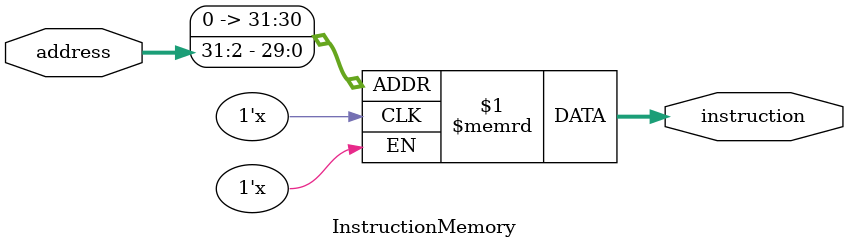
<source format=v>
module InstructionMemory (
    input [31:0] address,
    output [31:0] instruction
);
    reg [31:0] memory [0:1023];

    initial begin
        // Load instructions into memory (can be hardcoded for testing)
        // Example: memory[0] = 32'hXXXXXXXX; // where XXXXXXXX is a 32-bit instruction
    end

    assign instruction = memory[address >> 2];
endmodule

    
</source>
